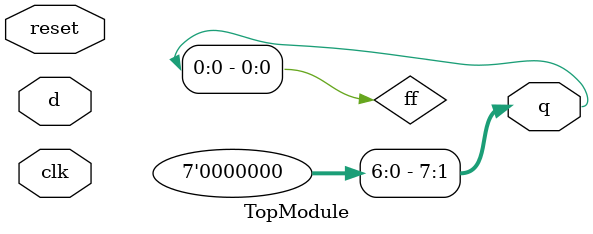
<source format=sv>

module TopModule (
  input clk,
  input [7:0] d,
  input reset,
  output reg [7:0] q
);
always @(negedge clk) begin
  if (reset) begin
    // Synchronously set all flip-flops to 0x34 on reset
    ff[7:0] <= 8'b00110100;
  end else begin
    // On negative edge of clock, load input d into the registers
    ff[7:0] <= d;
  end
end

// Directly assign internal register values to output
assign q = ff;

endmodule

</source>
